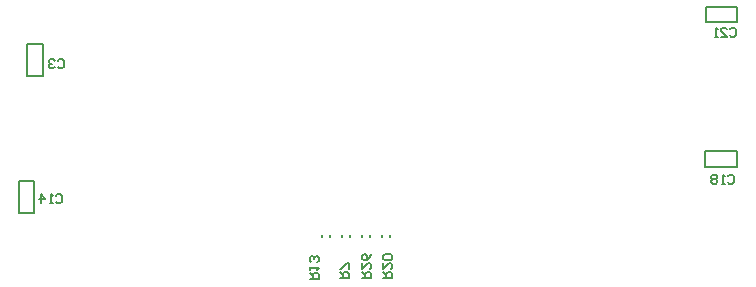
<source format=gbo>
G04*
G04 #@! TF.GenerationSoftware,Altium Limited,Altium Designer,21.9.2 (33)*
G04*
G04 Layer_Color=32896*
%FSTAX24Y24*%
%MOIN*%
G70*
G04*
G04 #@! TF.SameCoordinates,C045CB64-A717-4E46-AD80-C8F196844A4B*
G04*
G04*
G04 #@! TF.FilePolarity,Positive*
G04*
G01*
G75*
%ADD11C,0.0079*%
%ADD14C,0.0050*%
%ADD17C,0.0080*%
D11*
X019264Y016267D02*
Y016345D01*
X018988Y016267D02*
Y016345D01*
X019935Y016267D02*
Y016345D01*
X019659Y016267D02*
Y016345D01*
X020606Y016267D02*
Y016345D01*
X02033Y016267D02*
Y016345D01*
X021277Y016267D02*
Y016345D01*
X021001Y016267D02*
Y016345D01*
D14*
X031787Y023425D02*
Y023445D01*
Y023937D01*
X03285D01*
X031787Y023425D02*
X03285D01*
Y023937D01*
X031769Y018614D02*
Y018633D01*
Y019126D01*
X032831D01*
X031769Y018614D02*
X032831D01*
Y019126D01*
X009175Y022713D02*
X009195D01*
X009687D01*
Y02165D02*
Y022713D01*
X009175Y02165D02*
Y022713D01*
Y02165D02*
X009687D01*
X008894Y017069D02*
X009406D01*
X008894D02*
Y018132D01*
X009406Y017069D02*
Y018132D01*
X008914D02*
X009406D01*
X008894D02*
X008914D01*
D17*
X020338Y0149D02*
X020638D01*
Y01505D01*
X020588Y0151D01*
X020488D01*
X020438Y01505D01*
Y0149D01*
Y015D02*
X020338Y0151D01*
Y0154D02*
Y0152D01*
X020538Y0154D01*
X020588D01*
X020638Y01535D01*
Y01525D01*
X020588Y0152D01*
X020638Y0157D02*
X020588Y0156D01*
X020488Y0155D01*
X020388D01*
X020338Y01555D01*
Y01565D01*
X020388Y0157D01*
X020438D01*
X020488Y01565D01*
Y0155D01*
X02105Y0149D02*
X02135D01*
Y01505D01*
X0213Y0151D01*
X0212D01*
X02115Y01505D01*
Y0149D01*
Y015D02*
X02105Y0151D01*
Y0154D02*
Y0152D01*
X02125Y0154D01*
X0213D01*
X02135Y01535D01*
Y01525D01*
X0213Y0152D01*
Y0155D02*
X02135Y01555D01*
Y01565D01*
X0213Y0157D01*
X0211D01*
X02105Y01565D01*
Y01555D01*
X0211Y0155D01*
X0213D01*
X0186Y014875D02*
X0189D01*
Y015025D01*
X01885Y015075D01*
X01875D01*
X0187Y015025D01*
Y014875D01*
Y014975D02*
X0186Y015075D01*
Y015175D02*
Y015275D01*
Y015225D01*
X0189D01*
X01885Y015175D01*
Y015425D02*
X0189Y015475D01*
Y015575D01*
X01885Y015625D01*
X0188D01*
X01875Y015575D01*
Y015525D01*
Y015575D01*
X0187Y015625D01*
X01865D01*
X0186Y015575D01*
Y015475D01*
X01865Y015425D01*
X0196Y0149D02*
X0199D01*
Y01505D01*
X01985Y0151D01*
X01975D01*
X0197Y01505D01*
Y0149D01*
Y015D02*
X0196Y0151D01*
X0199Y0152D02*
Y0154D01*
X01985D01*
X01965Y0152D01*
X0196D01*
X0326Y0232D02*
X03265Y02325D01*
X03275D01*
X0328Y0232D01*
Y023D01*
X03275Y02295D01*
X03265D01*
X0326Y023D01*
X0323Y02295D02*
X0325D01*
X0323Y02315D01*
Y0232D01*
X03235Y02325D01*
X03245D01*
X0325Y0232D01*
X0322Y02295D02*
X0321D01*
X03215D01*
Y02325D01*
X0322Y0232D01*
X032525Y0183D02*
X032575Y01835D01*
X032675D01*
X032725Y0183D01*
Y0181D01*
X032675Y01805D01*
X032575D01*
X032525Y0181D01*
X032425Y01805D02*
X032325D01*
X032375D01*
Y01835D01*
X032425Y0183D01*
X032175D02*
X032125Y01835D01*
X032025D01*
X031975Y0183D01*
Y01825D01*
X032025Y0182D01*
X031975Y01815D01*
Y0181D01*
X032025Y01805D01*
X032125D01*
X032175Y0181D01*
Y01815D01*
X032125Y0182D01*
X032175Y01825D01*
Y0183D01*
X032125Y0182D02*
X032025D01*
X010125Y01765D02*
X010175Y0177D01*
X010275D01*
X010325Y01765D01*
Y01745D01*
X010275Y0174D01*
X010175D01*
X010125Y01745D01*
X010025Y0174D02*
X009925D01*
X009975D01*
Y0177D01*
X010025Y01765D01*
X009625Y0174D02*
Y0177D01*
X009775Y01755D01*
X009575D01*
X0102Y02215D02*
X01025Y0222D01*
X01035D01*
X0104Y02215D01*
Y02195D01*
X01035Y0219D01*
X01025D01*
X0102Y02195D01*
X0101Y02215D02*
X01005Y0222D01*
X00995D01*
X0099Y02215D01*
Y0221D01*
X00995Y02205D01*
X01D01*
X00995D01*
X0099Y022D01*
Y02195D01*
X00995Y0219D01*
X01005D01*
X0101Y02195D01*
M02*

</source>
